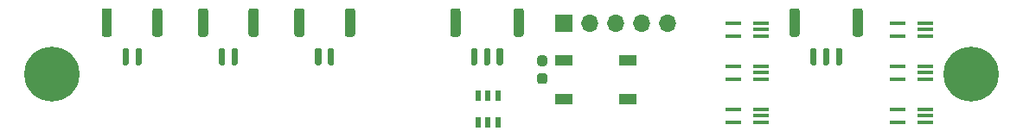
<source format=gbr>
%TF.GenerationSoftware,KiCad,Pcbnew,(5.1.6)-1*%
%TF.CreationDate,2020-11-09T21:23:30-05:00*%
%TF.ProjectId,CellLight,43656c6c-4c69-4676-9874-2e6b69636164,rev?*%
%TF.SameCoordinates,Original*%
%TF.FileFunction,Soldermask,Bot*%
%TF.FilePolarity,Negative*%
%FSLAX46Y46*%
G04 Gerber Fmt 4.6, Leading zero omitted, Abs format (unit mm)*
G04 Created by KiCad (PCBNEW (5.1.6)-1) date 2020-11-09 21:23:30*
%MOMM*%
%LPD*%
G01*
G04 APERTURE LIST*
%ADD10R,1.700000X1.000000*%
%ADD11C,5.400000*%
%ADD12O,1.700000X1.700000*%
%ADD13R,1.700000X1.700000*%
%ADD14R,0.550000X1.000000*%
%ADD15R,1.500000X0.400000*%
G04 APERTURE END LIST*
%TO.C,J6*%
G36*
G01*
X156850000Y-131250000D02*
X156850000Y-132650000D01*
G75*
G02*
X156700000Y-132800000I-150000J0D01*
G01*
X156400000Y-132800000D01*
G75*
G02*
X156250000Y-132650000I0J150000D01*
G01*
X156250000Y-131250000D01*
G75*
G02*
X156400000Y-131100000I150000J0D01*
G01*
X156700000Y-131100000D01*
G75*
G02*
X156850000Y-131250000I0J-150000D01*
G01*
G37*
G36*
G01*
X155600000Y-131250000D02*
X155600000Y-132650000D01*
G75*
G02*
X155450000Y-132800000I-150000J0D01*
G01*
X155150000Y-132800000D01*
G75*
G02*
X155000000Y-132650000I0J150000D01*
G01*
X155000000Y-131250000D01*
G75*
G02*
X155150000Y-131100000I150000J0D01*
G01*
X155450000Y-131100000D01*
G75*
G02*
X155600000Y-131250000I0J-150000D01*
G01*
G37*
G36*
G01*
X154350000Y-131250000D02*
X154350000Y-132650000D01*
G75*
G02*
X154200000Y-132800000I-150000J0D01*
G01*
X153900000Y-132800000D01*
G75*
G02*
X153750000Y-132650000I0J150000D01*
G01*
X153750000Y-131250000D01*
G75*
G02*
X153900000Y-131100000I150000J0D01*
G01*
X154200000Y-131100000D01*
G75*
G02*
X154350000Y-131250000I0J-150000D01*
G01*
G37*
G36*
G01*
X158900000Y-127450000D02*
X158900000Y-129750000D01*
G75*
G02*
X158650000Y-130000000I-250000J0D01*
G01*
X158150000Y-130000000D01*
G75*
G02*
X157900000Y-129750000I0J250000D01*
G01*
X157900000Y-127450000D01*
G75*
G02*
X158150000Y-127200000I250000J0D01*
G01*
X158650000Y-127200000D01*
G75*
G02*
X158900000Y-127450000I0J-250000D01*
G01*
G37*
G36*
G01*
X152700000Y-127450000D02*
X152700000Y-129750000D01*
G75*
G02*
X152450000Y-130000000I-250000J0D01*
G01*
X151950000Y-130000000D01*
G75*
G02*
X151700000Y-129750000I0J250000D01*
G01*
X151700000Y-127450000D01*
G75*
G02*
X151950000Y-127200000I250000J0D01*
G01*
X152450000Y-127200000D01*
G75*
G02*
X152700000Y-127450000I0J-250000D01*
G01*
G37*
%TD*%
D10*
%TO.C,SW1*%
X169100000Y-132300000D03*
X162800000Y-132300000D03*
X169100000Y-136100000D03*
X162800000Y-136100000D03*
%TD*%
D11*
%TO.C,H2*%
X202700000Y-133700000D03*
%TD*%
%TO.C,H1*%
X112700000Y-133700000D03*
%TD*%
D12*
%TO.C,J1*%
X173010000Y-128650000D03*
X170470000Y-128650000D03*
X167930000Y-128650000D03*
X165390000Y-128650000D03*
D13*
X162850000Y-128650000D03*
%TD*%
D14*
%TO.C,U1*%
X154450000Y-138450000D03*
X155400000Y-138450000D03*
X156350000Y-138450000D03*
X154450000Y-135750000D03*
X155400000Y-135750000D03*
X156350000Y-135750000D03*
%TD*%
%TO.C,J5*%
G36*
G01*
X190050000Y-131250000D02*
X190050000Y-132650000D01*
G75*
G02*
X189900000Y-132800000I-150000J0D01*
G01*
X189600000Y-132800000D01*
G75*
G02*
X189450000Y-132650000I0J150000D01*
G01*
X189450000Y-131250000D01*
G75*
G02*
X189600000Y-131100000I150000J0D01*
G01*
X189900000Y-131100000D01*
G75*
G02*
X190050000Y-131250000I0J-150000D01*
G01*
G37*
G36*
G01*
X188800000Y-131250000D02*
X188800000Y-132650000D01*
G75*
G02*
X188650000Y-132800000I-150000J0D01*
G01*
X188350000Y-132800000D01*
G75*
G02*
X188200000Y-132650000I0J150000D01*
G01*
X188200000Y-131250000D01*
G75*
G02*
X188350000Y-131100000I150000J0D01*
G01*
X188650000Y-131100000D01*
G75*
G02*
X188800000Y-131250000I0J-150000D01*
G01*
G37*
G36*
G01*
X187550000Y-131250000D02*
X187550000Y-132650000D01*
G75*
G02*
X187400000Y-132800000I-150000J0D01*
G01*
X187100000Y-132800000D01*
G75*
G02*
X186950000Y-132650000I0J150000D01*
G01*
X186950000Y-131250000D01*
G75*
G02*
X187100000Y-131100000I150000J0D01*
G01*
X187400000Y-131100000D01*
G75*
G02*
X187550000Y-131250000I0J-150000D01*
G01*
G37*
G36*
G01*
X192100000Y-127450000D02*
X192100000Y-129750000D01*
G75*
G02*
X191850000Y-130000000I-250000J0D01*
G01*
X191350000Y-130000000D01*
G75*
G02*
X191100000Y-129750000I0J250000D01*
G01*
X191100000Y-127450000D01*
G75*
G02*
X191350000Y-127200000I250000J0D01*
G01*
X191850000Y-127200000D01*
G75*
G02*
X192100000Y-127450000I0J-250000D01*
G01*
G37*
G36*
G01*
X185900000Y-127450000D02*
X185900000Y-129750000D01*
G75*
G02*
X185650000Y-130000000I-250000J0D01*
G01*
X185150000Y-130000000D01*
G75*
G02*
X184900000Y-129750000I0J250000D01*
G01*
X184900000Y-127450000D01*
G75*
G02*
X185150000Y-127200000I250000J0D01*
G01*
X185650000Y-127200000D01*
G75*
G02*
X185900000Y-127450000I0J-250000D01*
G01*
G37*
%TD*%
%TO.C,J4*%
G36*
G01*
X121475000Y-131250000D02*
X121475000Y-132650000D01*
G75*
G02*
X121325000Y-132800000I-150000J0D01*
G01*
X121025000Y-132800000D01*
G75*
G02*
X120875000Y-132650000I0J150000D01*
G01*
X120875000Y-131250000D01*
G75*
G02*
X121025000Y-131100000I150000J0D01*
G01*
X121325000Y-131100000D01*
G75*
G02*
X121475000Y-131250000I0J-150000D01*
G01*
G37*
G36*
G01*
X120225000Y-131250000D02*
X120225000Y-132650000D01*
G75*
G02*
X120075000Y-132800000I-150000J0D01*
G01*
X119775000Y-132800000D01*
G75*
G02*
X119625000Y-132650000I0J150000D01*
G01*
X119625000Y-131250000D01*
G75*
G02*
X119775000Y-131100000I150000J0D01*
G01*
X120075000Y-131100000D01*
G75*
G02*
X120225000Y-131250000I0J-150000D01*
G01*
G37*
G36*
G01*
X123525000Y-127450000D02*
X123525000Y-129750000D01*
G75*
G02*
X123275000Y-130000000I-250000J0D01*
G01*
X122775000Y-130000000D01*
G75*
G02*
X122525000Y-129750000I0J250000D01*
G01*
X122525000Y-127450000D01*
G75*
G02*
X122775000Y-127200000I250000J0D01*
G01*
X123275000Y-127200000D01*
G75*
G02*
X123525000Y-127450000I0J-250000D01*
G01*
G37*
G36*
G01*
X118575000Y-127450000D02*
X118575000Y-129750000D01*
G75*
G02*
X118325000Y-130000000I-250000J0D01*
G01*
X117825000Y-130000000D01*
G75*
G02*
X117575000Y-129750000I0J250000D01*
G01*
X117575000Y-127450000D01*
G75*
G02*
X117825000Y-127200000I250000J0D01*
G01*
X118325000Y-127200000D01*
G75*
G02*
X118575000Y-127450000I0J-250000D01*
G01*
G37*
%TD*%
%TO.C,J3*%
G36*
G01*
X130900000Y-131250000D02*
X130900000Y-132650000D01*
G75*
G02*
X130750000Y-132800000I-150000J0D01*
G01*
X130450000Y-132800000D01*
G75*
G02*
X130300000Y-132650000I0J150000D01*
G01*
X130300000Y-131250000D01*
G75*
G02*
X130450000Y-131100000I150000J0D01*
G01*
X130750000Y-131100000D01*
G75*
G02*
X130900000Y-131250000I0J-150000D01*
G01*
G37*
G36*
G01*
X129650000Y-131250000D02*
X129650000Y-132650000D01*
G75*
G02*
X129500000Y-132800000I-150000J0D01*
G01*
X129200000Y-132800000D01*
G75*
G02*
X129050000Y-132650000I0J150000D01*
G01*
X129050000Y-131250000D01*
G75*
G02*
X129200000Y-131100000I150000J0D01*
G01*
X129500000Y-131100000D01*
G75*
G02*
X129650000Y-131250000I0J-150000D01*
G01*
G37*
G36*
G01*
X132950000Y-127450000D02*
X132950000Y-129750000D01*
G75*
G02*
X132700000Y-130000000I-250000J0D01*
G01*
X132200000Y-130000000D01*
G75*
G02*
X131950000Y-129750000I0J250000D01*
G01*
X131950000Y-127450000D01*
G75*
G02*
X132200000Y-127200000I250000J0D01*
G01*
X132700000Y-127200000D01*
G75*
G02*
X132950000Y-127450000I0J-250000D01*
G01*
G37*
G36*
G01*
X128000000Y-127450000D02*
X128000000Y-129750000D01*
G75*
G02*
X127750000Y-130000000I-250000J0D01*
G01*
X127250000Y-130000000D01*
G75*
G02*
X127000000Y-129750000I0J250000D01*
G01*
X127000000Y-127450000D01*
G75*
G02*
X127250000Y-127200000I250000J0D01*
G01*
X127750000Y-127200000D01*
G75*
G02*
X128000000Y-127450000I0J-250000D01*
G01*
G37*
%TD*%
%TO.C,J2*%
G36*
G01*
X140325000Y-131250000D02*
X140325000Y-132650000D01*
G75*
G02*
X140175000Y-132800000I-150000J0D01*
G01*
X139875000Y-132800000D01*
G75*
G02*
X139725000Y-132650000I0J150000D01*
G01*
X139725000Y-131250000D01*
G75*
G02*
X139875000Y-131100000I150000J0D01*
G01*
X140175000Y-131100000D01*
G75*
G02*
X140325000Y-131250000I0J-150000D01*
G01*
G37*
G36*
G01*
X139075000Y-131250000D02*
X139075000Y-132650000D01*
G75*
G02*
X138925000Y-132800000I-150000J0D01*
G01*
X138625000Y-132800000D01*
G75*
G02*
X138475000Y-132650000I0J150000D01*
G01*
X138475000Y-131250000D01*
G75*
G02*
X138625000Y-131100000I150000J0D01*
G01*
X138925000Y-131100000D01*
G75*
G02*
X139075000Y-131250000I0J-150000D01*
G01*
G37*
G36*
G01*
X142375000Y-127450000D02*
X142375000Y-129750000D01*
G75*
G02*
X142125000Y-130000000I-250000J0D01*
G01*
X141625000Y-130000000D01*
G75*
G02*
X141375000Y-129750000I0J250000D01*
G01*
X141375000Y-127450000D01*
G75*
G02*
X141625000Y-127200000I250000J0D01*
G01*
X142125000Y-127200000D01*
G75*
G02*
X142375000Y-127450000I0J-250000D01*
G01*
G37*
G36*
G01*
X137425000Y-127450000D02*
X137425000Y-129750000D01*
G75*
G02*
X137175000Y-130000000I-250000J0D01*
G01*
X136675000Y-130000000D01*
G75*
G02*
X136425000Y-129750000I0J250000D01*
G01*
X136425000Y-127450000D01*
G75*
G02*
X136675000Y-127200000I250000J0D01*
G01*
X137175000Y-127200000D01*
G75*
G02*
X137425000Y-127450000I0J-250000D01*
G01*
G37*
%TD*%
D15*
%TO.C,U8*%
X179440000Y-128650000D03*
X179440000Y-129950000D03*
X182100000Y-129950000D03*
X182100000Y-129300000D03*
X182100000Y-128650000D03*
%TD*%
%TO.C,U7*%
X195540000Y-132875000D03*
X195540000Y-134175000D03*
X198200000Y-134175000D03*
X198200000Y-133525000D03*
X198200000Y-132875000D03*
%TD*%
%TO.C,U6*%
X179440000Y-132875000D03*
X179440000Y-134175000D03*
X182100000Y-134175000D03*
X182100000Y-133525000D03*
X182100000Y-132875000D03*
%TD*%
%TO.C,U5*%
X195540000Y-137100000D03*
X195540000Y-138400000D03*
X198200000Y-138400000D03*
X198200000Y-137750000D03*
X198200000Y-137100000D03*
%TD*%
%TO.C,U4*%
X179440000Y-137100000D03*
X179440000Y-138400000D03*
X182100000Y-138400000D03*
X182100000Y-137750000D03*
X182100000Y-137100000D03*
%TD*%
%TO.C,U3*%
X195540000Y-128650000D03*
X195540000Y-129950000D03*
X198200000Y-129950000D03*
X198200000Y-129300000D03*
X198200000Y-128650000D03*
%TD*%
%TO.C,R3*%
G36*
G01*
X160462500Y-131825000D02*
X160937500Y-131825000D01*
G75*
G02*
X161175000Y-132062500I0J-237500D01*
G01*
X161175000Y-132637500D01*
G75*
G02*
X160937500Y-132875000I-237500J0D01*
G01*
X160462500Y-132875000D01*
G75*
G02*
X160225000Y-132637500I0J237500D01*
G01*
X160225000Y-132062500D01*
G75*
G02*
X160462500Y-131825000I237500J0D01*
G01*
G37*
G36*
G01*
X160462500Y-133575000D02*
X160937500Y-133575000D01*
G75*
G02*
X161175000Y-133812500I0J-237500D01*
G01*
X161175000Y-134387500D01*
G75*
G02*
X160937500Y-134625000I-237500J0D01*
G01*
X160462500Y-134625000D01*
G75*
G02*
X160225000Y-134387500I0J237500D01*
G01*
X160225000Y-133812500D01*
G75*
G02*
X160462500Y-133575000I237500J0D01*
G01*
G37*
%TD*%
M02*

</source>
